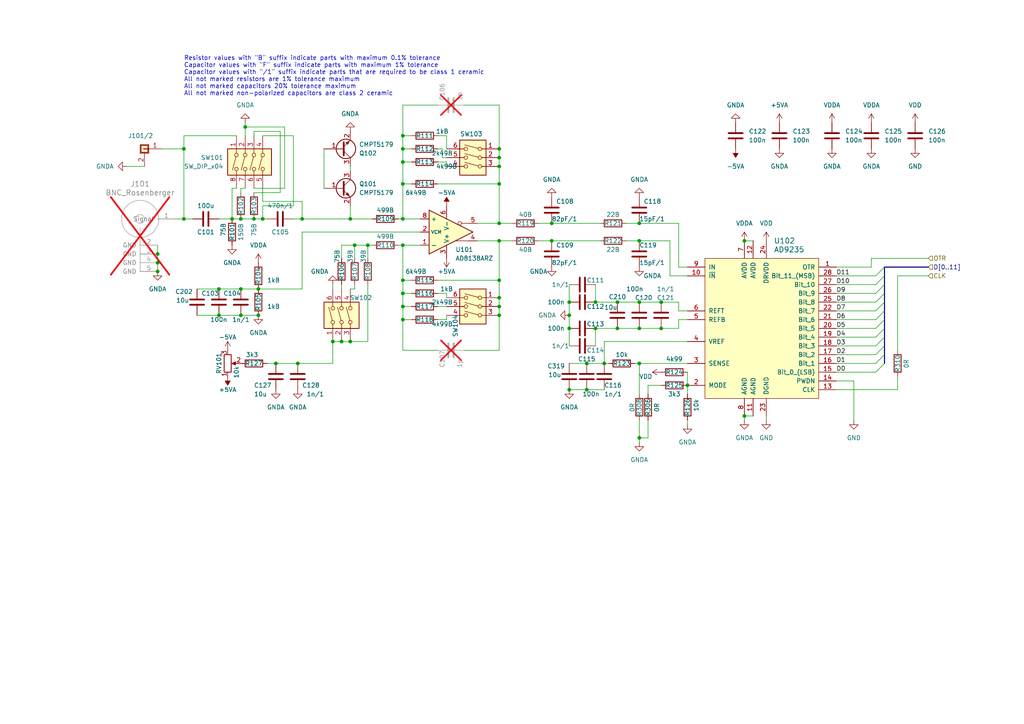
<source format=kicad_sch>
(kicad_sch (version 20231120) (generator "eeschema") (generator_version "8.0")
  (paper "A4")
  (title_block (title "MISRC-PCM") (date "2025-03-03") (rev "2.5") (comment 1 "Analog input + ADC"))
  (lib_symbols
    (symbol "ADC:AD9235" (pin_names (offset 1.016))
      (property "Reference" "U" (at -15.24 -21.59 0))
      (property "Value" "AD9235" (at -12.7 21.59 0))
      (symbol "AD9235_1_1"
        (pin input line (at 21.59 17.78 180) (length 5.08) (name "OTR") (number "1"))
        (pin input line (at -21.59 15.24 0) (length 5.08) (name "~{IN}") (number "10"))
        (pin power_in line (at -2.54 -25.4 90) (length 5.08) (name "AGND") (number "11"))
        (pin power_in line (at -2.54 25.4 270) (length 5.08) (name "AVDD") (number "12"))
        (pin input line (at 21.59 -17.78 180) (length 5.08) (name "CLK") (number "13"))
        (pin input line (at 21.59 -15.24 180) (length 5.08) (name "PWDN") (number "14"))
        (pin output line (at 21.59 -12.7 180) (length 5.08) (name "Bit_0_(LSB)") (number "15"))
        (pin output line (at 21.59 -10.16 180) (length 5.08) (name "Bit_1") (number "16"))
        (pin output line (at 21.59 -7.62 180) (length 5.08) (name "Bit_2") (number "17"))
        (pin output line (at 21.59 -5.08 180) (length 5.08) (name "Bit_3") (number "18"))
        (pin output line (at 21.59 -2.54 180) (length 5.08) (name "Bit_4") (number "19"))
        (pin input line (at -21.59 -16.51 0) (length 5.08) (name "MODE") (number "2"))
        (pin output line (at 21.59 0 180) (length 5.08) (name "Bit_5") (number "20"))
        (pin output line (at 21.59 2.54 180) (length 5.08) (name "Bit_6") (number "21"))
        (pin output line (at 21.59 5.08 180) (length 5.08) (name "Bit_7") (number "22"))
        (pin power_in line (at 1.27 -25.4 90) (length 5.08) (name "DGND") (number "23"))
        (pin power_in line (at 1.27 25.4 270) (length 5.08) (name "DRVDD") (number "24"))
        (pin output line (at 21.59 7.62 180) (length 5.08) (name "Bit_8") (number "25"))
        (pin output line (at 21.59 10.16 180) (length 5.08) (name "Bit_9") (number "26"))
        (pin output line (at 21.59 12.7 180) (length 5.08) (name "Bit_10") (number "27"))
        (pin output line (at 21.59 15.24 180) (length 5.08) (name "Bit_11_(MSB)") (number "28"))
        (pin input line (at -21.59 -10.16 0) (length 5.08) (name "SENSE") (number "3"))
        (pin input line (at -21.59 -3.81 0) (length 5.08) (name "VREF") (number "4"))
        (pin power_out line (at -21.59 2.54 0) (length 5.08) (name "REFB") (number "5"))
        (pin power_out line (at -21.59 5.08 0) (length 5.08) (name "REFT") (number "6"))
        (pin power_in line (at -5.08 25.4 270) (length 5.08) (name "AVDD") (number "7"))
        (pin power_in line (at -5.08 -25.4 90) (length 5.08) (name "AGND") (number "8"))
        (pin input line (at -21.59 17.78 0) (length 5.08) (name "IN") (number "9"))
      )
    )
    (symbol "Amplifier_Differential_AKL:AD8138ARZ"
      (property "Reference" "U" (at 8.89 11.43 0))
      (property "Value" "AD8138ARZ" (at 8.89 8.89 0))
      (symbol "AD8138ARZ_1_1"
        (pin input line (at -7.62 3.81 0) (length 2.54) (name "-") (number "1"))
        (pin input line (at -7.62 0 0) (length 2.54) (name "VCM") (number "2"))
        (pin power_in line (at 0 7.62 270) (length 3.84) (name "V+") (number "3"))
        (pin output line (at 8.89 2.54 180) (length 2.54) (name "~") (number "4"))
        (pin output line (at 8.89 -2.54 180) (length 2.54) (name "~") (number "5"))
        (pin power_in line (at 0 -7.62 90) (length 3.84) (name "V-") (number "6"))
        (pin no_connect line (at 0 0 0) (length 2.54) hide (name "NC") (number "7"))
        (pin input line (at -7.62 -3.81 0) (length 2.54) (name "+") (number "8"))
      )
    )
    (symbol "Connector_Generic_Shielded:Conn_01x01_Shielded" (pin_names (offset 1.016) hide)
      (property "Reference" "J1" (at -2.54 3.81 0))
      (symbol "Conn_01x01_Shielded_1_1"
        (pin passive line (at -5.08 0 0) (length 4.064) (name "Pin_1") (number "1"))
        (pin passive line (at 0 -5.08 90) (length 3.81) (name "Shield") (number "2"))
      )
    )
    (symbol "Device:C" (pin_numbers hide) (pin_names (offset 0.254))
      (property "Reference" "C" (at 0.635 2.54 0))
      (property "Value" "C" (at 0.635 -2.54 0))
      (symbol "C_1_1"
        (pin passive line (at 0 3.81 270) (length 2.794) (name "~") (number "1"))
        (pin passive line (at 0 -3.81 90) (length 2.794) (name "~") (number "2"))
      )
    )
    (symbol "Device:Q_NPN_BEC" (pin_names (offset 0) hide)
      (property "Reference" "Q" (at 5.08 1.27 0))
      (property "Value" "Q_NPN_BEC" (at 5.08 -1.27 0))
      (symbol "Q_NPN_BEC_1_1"
        (pin input line (at -5.08 0 0) (length 5.715) (name "B") (number "1"))
        (pin passive line (at 2.54 -5.08 90) (length 2.54) (name "E") (number "2"))
        (pin passive line (at 2.54 5.08 270) (length 2.54) (name "C") (number "3"))
      )
    )
    (symbol "Device:R" (pin_numbers hide) (pin_names (offset 0))
      (property "Reference" "R" (at 2.032 0 90))
      (property "Value" "R" (at 0 0 90))
      (symbol "R_1_1"
        (pin passive line (at 0 3.81 270) (length 1.27) (name "~") (number "1"))
        (pin passive line (at 0 -3.81 90) (length 1.27) (name "~") (number "2"))
      )
    )
    (symbol "Device:R_Potentiometer" (pin_names (offset 1.016) hide)
      (property "Reference" "RV" (at -4.445 0 90))
      (property "Value" "R_Potentiometer" (at -2.54 0 90))
      (symbol "R_Potentiometer_1_1"
        (pin passive line (at 0 3.81 270) (length 1.27) (name "1") (number "1"))
        (pin passive line (at 3.81 0 180) (length 1.27) (name "2") (number "2"))
        (pin passive line (at 0 -3.81 90) (length 1.27) (name "3") (number "3"))
      )
    )
    (symbol "Switch:SW_DIP_x03" (pin_names (offset 0) hide)
      (property "Reference" "SW" (at 0 8.89 0))
      (property "Value" "SW_DIP_x03" (at 0 -3.81 0))
      (symbol "SW_DIP_x03_1_1"
        (pin passive line (at -7.62 5.08 0) (length 5.08) (name "~") (number "1"))
        (pin passive line (at -7.62 2.54 0) (length 5.08) (name "~") (number "2"))
        (pin passive line (at -7.62 0 0) (length 5.08) (name "~") (number "3"))
        (pin passive line (at 7.62 0 180) (length 5.08) (name "~") (number "4"))
        (pin passive line (at 7.62 2.54 180) (length 5.08) (name "~") (number "5"))
        (pin passive line (at 7.62 5.08 180) (length 5.08) (name "~") (number "6"))
      )
    )
    (symbol "Switch:SW_DIP_x04" (pin_names (offset 0) hide)
      (property "Reference" "SW" (at 0 8.89 0))
      (property "Value" "SW_DIP_x04" (at 0 -6.35 0))
      (symbol "SW_DIP_x04_1_1"
        (pin passive line (at -7.62 5.08 0) (length 5.08) (name "~") (number "1"))
        (pin passive line (at -7.62 2.54 0) (length 5.08) (name "~") (number "2"))
        (pin passive line (at -7.62 0 0) (length 5.08) (name "~") (number "3"))
        (pin passive line (at -7.62 -2.54 0) (length 5.08) (name "~") (number "4"))
        (pin passive line (at 7.62 -2.54 180) (length 5.08) (name "~") (number "5"))
        (pin passive line (at 7.62 0 180) (length 5.08) (name "~") (number "6"))
        (pin passive line (at 7.62 2.54 180) (length 5.08) (name "~") (number "7"))
        (pin passive line (at 7.62 5.08 180) (length 5.08) (name "~") (number "8"))
      )
    )
    (symbol "bnc_rosenberger:BNC_Rosenberger" (pin_names (offset 1.016))
      (property "Reference" "J" (at -3.81 6.35 0))
      (property "Value" "BNC_Rosenberger" (at -7.62 -5.08 90))
      (symbol "BNC_Rosenberger_1_1"
        (pin bidirectional line (at 10.16 0 180) (length 5.08) (name "Signal") (number "1"))
        (pin power_in line (at 5.08 -7.62 180) (length 5.08) (name "GND") (number "2"))
        (pin power_in line (at 5.08 -10.16 180) (length 5.08) (name "GND") (number "3"))
        (pin power_in line (at 5.08 -12.7 180) (length 5.08) (name "GND") (number "4"))
        (pin power_in line (at 5.08 -15.24 180) (length 5.08) (name "GND") (number "5"))
      )
    )
    (symbol "power:+5VA" (power) (pin_names (offset 0))
      (property "Value" "+5VA" (at 0 3.556 0))
      (symbol "+5VA_1_1"
        (pin power_in line (at 0 0 90) (length 0) hide (name "+5VA") (number "1"))
      )
    )
    (symbol "power:-5VA" (power) (pin_names (offset 0))
      (property "Value" "-5VA" (at 0 3.81 0))
      (symbol "-5VA_0_0"
        (pin power_in line (at 0 0 90) (length 0) hide (name "-5VA") (number "1"))
      )
    )
    (symbol "power:GND" (power) (pin_names (offset 0))
      (property "Value" "GND" (at 0 -3.81 0))
      (symbol "GND_1_1"
        (pin power_in line (at 0 0 270) (length 0) hide (name "GND") (number "1"))
      )
    )
    (symbol "power:GNDA" (power) (pin_names (offset 0))
      (property "Value" "GNDA" (at 0 -3.81 0))
      (symbol "GNDA_1_1"
        (pin power_in line (at 0 0 270) (length 0) hide (name "GNDA") (number "1"))
      )
    )
    (symbol "power:VDD" (power) (pin_names (offset 0))
      (property "Value" "VDD" (at 0 3.81 0))
      (symbol "VDD_1_1"
        (pin power_in line (at 0 0 90) (length 0) hide (name "VDD") (number "1"))
      )
    )
    (symbol "power:VDDA" (power) (pin_names (offset 0))
      (property "Value" "VDDA" (at 0 3.81 0))
      (symbol "VDDA_1_1"
        (pin power_in line (at 0 0 90) (length 0) hide (name "VDDA") (number "1"))
      )
    )
  )
  (junction (at 45.72 76.2))
  (junction (at 116.84 53.34))
  (junction (at 144.78 64.77))
  (junction (at 165.1 91.44))
  (junction (at 165.1 95.25))
  (junction (at 86.36 105.41))
  (junction (at 165.1 87.63))
  (junction (at 101.6 63.5))
  (junction (at 165.1 113.03))
  (junction (at 179.07 87.63))
  (junction (at 172.72 95.25))
  (junction (at 67.31 63.5))
  (junction (at 116.84 43.18))
  (junction (at 191.77 87.63))
  (junction (at 73.66 63.5))
  (junction (at 102.87 71.12))
  (junction (at 215.9 120.65))
  (junction (at 160.02 69.85))
  (junction (at 69.85 91.44))
  (junction (at 170.18 113.03))
  (junction (at 116.84 81.28))
  (junction (at 144.78 53.34))
  (junction (at 172.72 87.63))
  (junction (at 116.84 92.71))
  (junction (at 185.42 87.63))
  (junction (at 69.85 63.5))
  (junction (at 175.26 105.41))
  (junction (at 116.84 63.5))
  (junction (at 144.78 81.28))
  (junction (at 191.77 95.25))
  (junction (at 160.02 64.77))
  (junction (at 185.42 64.77))
  (junction (at 144.78 45.72))
  (junction (at 215.9 69.85))
  (junction (at 53.34 63.5))
  (junction (at 74.93 91.44))
  (junction (at 53.34 43.18))
  (junction (at 185.42 127))
  (junction (at 179.07 95.25))
  (junction (at 74.93 83.82))
  (junction (at 144.78 48.26))
  (junction (at 101.6 99.06))
  (junction (at 116.84 85.09))
  (junction (at 76.2 63.5))
  (junction (at 63.5 83.82))
  (junction (at 80.01 105.41))
  (junction (at 45.72 73.66))
  (junction (at 116.84 46.99))
  (junction (at 96.52 99.06))
  (junction (at 87.63 63.5))
  (junction (at 63.5 91.44))
  (junction (at 170.18 105.41))
  (junction (at 45.72 78.74))
  (junction (at 185.42 69.85))
  (junction (at 144.78 86.36))
  (junction (at 144.78 88.9))
  (junction (at 116.84 39.37))
  (junction (at 71.12 36.83))
  (junction (at 144.78 91.44))
  (junction (at 144.78 43.18))
  (junction (at 69.85 83.82))
  (junction (at 116.84 71.12))
  (junction (at 185.42 95.25))
  (junction (at 144.78 69.85))
  (junction (at 185.42 105.41))
  (junction (at 116.84 88.9))
  (junction (at 106.68 71.12))
  (junction (at 99.06 99.06))
  (junction (at 199.39 111.76))
  (bus_entry (at 256.54 85.09) (size -2.54 2.54))
  (bus_entry (at 256.54 102.87) (size -2.54 2.54))
  (bus_entry (at 256.54 80.01) (size -2.54 2.54))
  (bus_entry (at 256.54 90.17) (size -2.54 2.54))
  (bus_entry (at 256.54 105.41) (size -2.54 2.54))
  (bus_entry (at 256.54 97.79) (size -2.54 2.54))
  (bus_entry (at 256.54 87.63) (size -2.54 2.54))
  (bus_entry (at 256.54 77.47) (size -2.54 2.54))
  (bus_entry (at 256.54 100.33) (size -2.54 2.54))
  (bus_entry (at 256.54 95.25) (size -2.54 2.54))
  (bus_entry (at 256.54 92.71) (size -2.54 2.54))
  (bus_entry (at 256.54 82.55) (size -2.54 2.54))
  (wire (pts (xy 144.78 48.26) (xy 144.78 53.34)))
  (wire (pts (xy 160.02 64.77) (xy 173.99 64.77)))
  (wire (pts (xy 242.57 80.01) (xy 254 80.01)))
  (wire (pts (xy 101.6 63.5) (xy 107.95 63.5)))
  (wire (pts (xy 222.25 121.92) (xy 222.25 120.65)))
  (wire (pts (xy 63.5 63.5) (xy 67.31 63.5)))
  (wire (pts (xy 73.66 55.88) (xy 81.28 55.88)))
  (wire (pts (xy 80.01 105.41) (xy 86.36 105.41)))
  (wire (pts (xy 116.84 88.9) (xy 119.38 88.9)))
  (wire (pts (xy 128.27 45.72) (xy 129.54 45.72)))
  (wire (pts (xy 73.66 54.61) (xy 82.55 54.61)))
  (wire (pts (xy 87.63 58.42) (xy 87.63 63.5)))
  (wire (pts (xy 260.35 80.01) (xy 260.35 101.6)))
  (wire (pts (xy 260.35 80.01) (xy 269.24 80.01)))
  (bus (pts (xy 256.54 80.01) (xy 256.54 82.55)))
  (wire (pts (xy 73.66 38.1) (xy 73.66 39.37)))
  (wire (pts (xy 76.2 63.5) (xy 77.47 63.5)))
  (wire (pts (xy 185.42 105.41) (xy 185.42 114.3)))
  (wire (pts (xy 187.96 111.76) (xy 187.96 114.3)))
  (wire (pts (xy 45.72 73.66) (xy 45.72 76.2)))
  (wire (pts (xy 116.84 53.34) (xy 116.84 63.5)))
  (wire (pts (xy 102.87 83.82) (xy 102.87 82.55)))
  (wire (pts (xy 76.2 58.42) (xy 87.63 58.42)))
  (wire (pts (xy 116.84 43.18) (xy 119.38 43.18)))
  (wire (pts (xy 185.42 105.41) (xy 199.39 105.41)))
  (wire (pts (xy 144.78 45.72) (xy 144.78 48.26)))
  (bus (pts (xy 256.54 95.25) (xy 256.54 97.79)))
  (wire (pts (xy 116.84 101.6) (xy 127 101.6)))
  (wire (pts (xy 119.38 92.71) (xy 116.84 92.71)))
  (wire (pts (xy 127 92.71) (xy 129.54 92.71)))
  (wire (pts (xy 156.21 64.77) (xy 160.02 64.77)))
  (wire (pts (xy 185.42 95.25) (xy 191.77 95.25)))
  (wire (pts (xy 93.98 43.18) (xy 93.98 54.61)))
  (wire (pts (xy 242.57 82.55) (xy 254 82.55)))
  (bus (pts (xy 256.54 102.87) (xy 256.54 105.41)))
  (wire (pts (xy 252.73 77.47) (xy 252.73 74.93)))
  (wire (pts (xy 106.68 82.55) (xy 106.68 99.06)))
  (wire (pts (xy 199.39 111.76) (xy 199.39 114.3)))
  (wire (pts (xy 179.07 87.63) (xy 185.42 87.63)))
  (wire (pts (xy 165.1 87.63) (xy 165.1 91.44)))
  (wire (pts (xy 129.54 85.09) (xy 129.54 86.36)))
  (wire (pts (xy 260.35 109.22) (xy 260.35 113.03)))
  (wire (pts (xy 215.9 120.65) (xy 215.9 121.92)))
  (wire (pts (xy 172.72 82.55) (xy 172.72 87.63)))
  (wire (pts (xy 242.57 85.09) (xy 254 85.09)))
  (wire (pts (xy 144.78 43.18) (xy 144.78 45.72)))
  (wire (pts (xy 172.72 87.63) (xy 179.07 87.63)))
  (wire (pts (xy 45.72 71.12) (xy 45.72 73.66)))
  (bus (pts (xy 256.54 97.79) (xy 256.54 100.33)))
  (wire (pts (xy 181.61 64.77) (xy 185.42 64.77)))
  (wire (pts (xy 106.68 74.93) (xy 106.68 71.12)))
  (wire (pts (xy 53.34 43.18) (xy 53.34 63.5)))
  (wire (pts (xy 99.06 71.12) (xy 99.06 74.93)))
  (bus (pts (xy 256.54 100.33) (xy 256.54 102.87)))
  (wire (pts (xy 215.9 69.85) (xy 218.44 69.85)))
  (wire (pts (xy 73.66 63.5) (xy 76.2 63.5)))
  (wire (pts (xy 116.84 30.48) (xy 116.84 39.37)))
  (wire (pts (xy 101.6 83.82) (xy 102.87 83.82)))
  (wire (pts (xy 165.1 113.03) (xy 170.18 113.03)))
  (wire (pts (xy 185.42 69.85) (xy 194.31 69.85)))
  (wire (pts (xy 172.72 95.25) (xy 179.07 95.25)))
  (wire (pts (xy 144.78 69.85) (xy 144.78 81.28)))
  (wire (pts (xy 185.42 127) (xy 185.42 128.27)))
  (bus (pts (xy 256.54 77.47) (xy 269.24 77.47)))
  (wire (pts (xy 165.1 95.25) (xy 165.1 100.33)))
  (bus (pts (xy 256.54 87.63) (xy 256.54 90.17)))
  (wire (pts (xy 101.6 99.06) (xy 106.68 99.06)))
  (wire (pts (xy 81.28 55.88) (xy 81.28 38.1)))
  (wire (pts (xy 175.26 99.06) (xy 199.39 99.06)))
  (wire (pts (xy 71.12 36.83) (xy 71.12 39.37)))
  (wire (pts (xy 170.18 105.41) (xy 175.26 105.41)))
  (wire (pts (xy 116.84 92.71) (xy 116.84 101.6)))
  (wire (pts (xy 160.02 69.85) (xy 173.99 69.85)))
  (wire (pts (xy 76.2 39.37) (xy 85.09 39.37)))
  (wire (pts (xy 46.99 43.18) (xy 53.34 43.18)))
  (wire (pts (xy 247.65 110.49) (xy 247.65 121.92)))
  (wire (pts (xy 67.31 54.61) (xy 67.31 63.5)))
  (wire (pts (xy 199.39 107.95) (xy 199.39 111.76)))
  (wire (pts (xy 102.87 71.12) (xy 99.06 71.12)))
  (wire (pts (xy 50.8 63.5) (xy 53.34 63.5)))
  (wire (pts (xy 134.62 30.48) (xy 144.78 30.48)))
  (wire (pts (xy 57.15 91.44) (xy 63.5 91.44)))
  (wire (pts (xy 144.78 88.9) (xy 144.78 91.44)))
  (wire (pts (xy 101.6 59.69) (xy 101.6 63.5)))
  (wire (pts (xy 76.2 54.61) (xy 76.2 58.42)))
  (wire (pts (xy 242.57 102.87) (xy 254 102.87)))
  (wire (pts (xy 96.52 99.06) (xy 99.06 99.06)))
  (wire (pts (xy 96.52 82.55) (xy 96.52 83.82)))
  (wire (pts (xy 242.57 92.71) (xy 254 92.71)))
  (wire (pts (xy 68.58 54.61) (xy 67.31 54.61)))
  (wire (pts (xy 119.38 39.37) (xy 116.84 39.37)))
  (wire (pts (xy 196.85 95.25) (xy 196.85 92.71)))
  (wire (pts (xy 77.47 105.41) (xy 80.01 105.41)))
  (wire (pts (xy 196.85 90.17) (xy 196.85 87.63)))
  (wire (pts (xy 67.31 63.5) (xy 69.85 63.5)))
  (wire (pts (xy 57.15 83.82) (xy 63.5 83.82)))
  (wire (pts (xy 119.38 85.09) (xy 116.84 85.09)))
  (wire (pts (xy 116.84 63.5) (xy 121.92 63.5)))
  (wire (pts (xy 116.84 71.12) (xy 121.92 71.12)))
  (wire (pts (xy 127 30.48) (xy 116.84 30.48)))
  (wire (pts (xy 74.93 83.82) (xy 87.63 83.82)))
  (wire (pts (xy 242.57 100.33) (xy 254 100.33)))
  (wire (pts (xy 127 39.37) (xy 129.54 39.37)))
  (wire (pts (xy 82.55 36.83) (xy 71.12 36.83)))
  (wire (pts (xy 187.96 121.92) (xy 187.96 127)))
  (wire (pts (xy 144.78 69.85) (xy 148.59 69.85)))
  (wire (pts (xy 129.54 91.44) (xy 129.54 92.71)))
  (wire (pts (xy 76.2 63.5) (xy 76.2 59.69)))
  (wire (pts (xy 101.6 48.26) (xy 101.6 49.53)))
  (wire (pts (xy 69.85 54.61) (xy 69.85 55.88)))
  (wire (pts (xy 242.57 105.41) (xy 254 105.41)))
  (wire (pts (xy 85.09 59.69) (xy 85.09 39.37)))
  (wire (pts (xy 99.06 82.55) (xy 99.06 83.82)))
  (wire (pts (xy 127 85.09) (xy 129.54 85.09)))
  (wire (pts (xy 215.9 120.65) (xy 218.44 120.65)))
  (bus (pts (xy 256.54 92.71) (xy 256.54 95.25)))
  (wire (pts (xy 116.84 85.09) (xy 116.84 81.28)))
  (wire (pts (xy 185.42 127) (xy 187.96 127)))
  (wire (pts (xy 71.12 54.61) (xy 69.85 54.61)))
  (wire (pts (xy 138.43 64.77) (xy 144.78 64.77)))
  (wire (pts (xy 194.31 69.85) (xy 194.31 80.01)))
  (wire (pts (xy 85.09 63.5) (xy 87.63 63.5)))
  (wire (pts (xy 199.39 90.17) (xy 196.85 90.17)))
  (wire (pts (xy 116.84 88.9) (xy 116.84 92.71)))
  (wire (pts (xy 185.42 121.92) (xy 185.42 127)))
  (wire (pts (xy 68.58 39.37) (xy 53.34 39.37)))
  (wire (pts (xy 127 88.9) (xy 129.54 88.9)))
  (wire (pts (xy 87.63 67.31) (xy 87.63 83.82)))
  (wire (pts (xy 242.57 77.47) (xy 252.73 77.47)))
  (wire (pts (xy 81.28 38.1) (xy 73.66 38.1)))
  (wire (pts (xy 194.31 80.01) (xy 199.39 80.01)))
  (wire (pts (xy 196.85 92.71) (xy 199.39 92.71)))
  (wire (pts (xy 82.55 54.61) (xy 82.55 36.83)))
  (wire (pts (xy 144.78 81.28) (xy 144.78 86.36)))
  (wire (pts (xy 71.12 35.56) (xy 71.12 36.83)))
  (wire (pts (xy 127 53.34) (xy 144.78 53.34)))
  (wire (pts (xy 175.26 105.41) (xy 176.53 105.41)))
  (wire (pts (xy 181.61 69.85) (xy 185.42 69.85)))
  (wire (pts (xy 45.72 76.2) (xy 45.72 78.74)))
  (wire (pts (xy 63.5 83.82) (xy 69.85 83.82)))
  (wire (pts (xy 172.72 95.25) (xy 172.72 100.33)))
  (wire (pts (xy 144.78 30.48) (xy 144.78 43.18)))
  (wire (pts (xy 127 46.99) (xy 129.54 46.99)))
  (wire (pts (xy 242.57 113.03) (xy 260.35 113.03)))
  (wire (pts (xy 199.39 77.47) (xy 196.85 77.47)))
  (bus (pts (xy 256.54 77.47) (xy 256.54 80.01)))
  (wire (pts (xy 185.42 87.63) (xy 191.77 87.63)))
  (wire (pts (xy 116.84 46.99) (xy 116.84 53.34)))
  (wire (pts (xy 191.77 95.25) (xy 196.85 95.25)))
  (wire (pts (xy 185.42 64.77) (xy 196.85 64.77)))
  (wire (pts (xy 196.85 77.47) (xy 196.85 64.77)))
  (wire (pts (xy 69.85 83.82) (xy 74.93 83.82)))
  (wire (pts (xy 134.62 101.6) (xy 144.78 101.6)))
  (wire (pts (xy 116.84 88.9) (xy 116.84 85.09)))
  (wire (pts (xy 115.57 63.5) (xy 116.84 63.5)))
  (wire (pts (xy 76.2 59.69) (xy 85.09 59.69)))
  (wire (pts (xy 116.84 81.28) (xy 119.38 81.28)))
  (wire (pts (xy 144.78 86.36) (xy 144.78 88.9)))
  (wire (pts (xy 156.21 69.85) (xy 160.02 69.85)))
  (wire (pts (xy 242.57 95.25) (xy 254 95.25)))
  (wire (pts (xy 63.5 91.44) (xy 69.85 91.44)))
  (wire (pts (xy 242.57 90.17) (xy 254 90.17)))
  (wire (pts (xy 144.78 53.34) (xy 144.78 64.77)))
  (wire (pts (xy 115.57 71.12) (xy 116.84 71.12)))
  (wire (pts (xy 165.1 91.44) (xy 165.1 95.25)))
  (wire (pts (xy 185.42 105.41) (xy 184.15 105.41)))
  (wire (pts (xy 127 43.18) (xy 128.27 43.18)))
  (wire (pts (xy 116.84 81.28) (xy 116.84 71.12)))
  (wire (pts (xy 53.34 39.37) (xy 53.34 43.18)))
  (wire (pts (xy 128.27 43.18) (xy 128.27 45.72)))
  (wire (pts (xy 87.63 67.31) (xy 121.92 67.31)))
  (wire (pts (xy 242.57 110.49) (xy 247.65 110.49)))
  (wire (pts (xy 242.57 87.63) (xy 254 87.63)))
  (wire (pts (xy 87.63 63.5) (xy 101.6 63.5)))
  (wire (pts (xy 102.87 74.93) (xy 102.87 71.12)))
  (wire (pts (xy 86.36 105.41) (xy 96.52 105.41)))
  (wire (pts (xy 106.68 71.12) (xy 102.87 71.12)))
  (wire (pts (xy 127 81.28) (xy 144.78 81.28)))
  (wire (pts (xy 69.85 63.5) (xy 73.66 63.5)))
  (wire (pts (xy 165.1 105.41) (xy 170.18 105.41)))
  (wire (pts (xy 242.57 97.79) (xy 254 97.79)))
  (wire (pts (xy 116.84 43.18) (xy 116.84 46.99)))
  (bus (pts (xy 256.54 90.17) (xy 256.54 92.71)))
  (wire (pts (xy 36.83 48.26) (xy 41.91 48.26)))
  (wire (pts (xy 187.96 111.76) (xy 191.77 111.76)))
  (wire (pts (xy 55.88 63.5) (xy 53.34 63.5)))
  (wire (pts (xy 116.84 53.34) (xy 119.38 53.34)))
  (wire (pts (xy 170.18 113.03) (xy 175.26 113.03)))
  (wire (pts (xy 116.84 39.37) (xy 116.84 43.18)))
  (wire (pts (xy 69.85 91.44) (xy 74.93 91.44)))
  (wire (pts (xy 199.39 121.92) (xy 199.39 123.19)))
  (wire (pts (xy 179.07 95.25) (xy 185.42 95.25)))
  (wire (pts (xy 191.77 87.63) (xy 196.85 87.63)))
  (wire (pts (xy 129.54 39.37) (xy 129.54 43.18)))
  (wire (pts (xy 129.54 46.99) (xy 129.54 48.26)))
  (bus (pts (xy 256.54 85.09) (xy 256.54 87.63)))
  (wire (pts (xy 242.57 107.95) (xy 254 107.95)))
  (wire (pts (xy 106.68 71.12) (xy 107.95 71.12)))
  (wire (pts (xy 138.43 69.85) (xy 144.78 69.85)))
  (wire (pts (xy 96.52 99.06) (xy 96.52 105.41)))
  (wire (pts (xy 252.73 74.93) (xy 269.24 74.93)))
  (wire (pts (xy 116.84 46.99) (xy 119.38 46.99)))
  (bus (pts (xy 256.54 82.55) (xy 256.54 85.09)))
  (wire (pts (xy 99.06 99.06) (xy 101.6 99.06)))
  (wire (pts (xy 175.26 105.41) (xy 175.26 99.06)))
  (wire (pts (xy 165.1 82.55) (xy 165.1 87.63)))
  (wire (pts (xy 144.78 64.77) (xy 148.59 64.77)))
  (wire (pts (xy 144.78 91.44) (xy 144.78 101.6)))
  (text "Resistor values with \"B\" suffix indicate parts with maximum 0.1% tolerance\nCapacitor values with \"F\" suffix indicate parts with maximum 1% tolerance\nCapacitor values with \"/1\" suffix indicate parts that are required to be class 1 ceramic\nAll not marked resistors are 1% tolerance maximum\nAll not marked capacitors 20% tolerance maximum\nAll not marked non-polarized capacitors are class 2 ceramic" (at 53.34 27.94 0) (effects (font (size 1.27 1.27)) (justify left bottom)))
  (label "D7" (at 242.57 90.17 0))
  (label "D6" (at 242.57 92.71 0))
  (label "D1" (at 242.57 105.41 0))
  (label "D10" (at 242.57 82.55 0))
  (label "D2" (at 242.57 102.87 0))
  (label "D11" (at 242.57 80.01 0))
  (label "D8" (at 242.57 87.63 0))
  (label "D4" (at 242.57 97.79 0))
  (label "D9" (at 242.57 85.09 0))
  (label "D5" (at 242.57 95.25 0))
  (label "D0" (at 242.57 107.95 0))
  (label "D3" (at 242.57 100.33 0))
  (hierarchical_label "CLK" (shape input) (at 269.24 80.01 0))
  (hierarchical_label "OTR" (shape input) (at 269.24 74.93 0))
  (hierarchical_label "D[0..11]" (shape input) (at 269.24 77.47 0))
  (symbol (lib_id "Device:R") (at 177.8 69.85 90) (unit 1)
    (property "Reference" "R122" (at 177.8 69.85 90))
    (property "Value" "22B" (at 177.8 72.39 90))
    (property "Footprint" "Resistor_SMD:R_0603_1608Metric" (effects (hide yes)))
    (property "Manufacturer_Part_Number" "RC0603FR-0722RL" (effects (hide yes)))
  )
  (symbol (lib_id "Device:R") (at 199.39 118.11 180) (unit 1)
    (property "Reference" "R126" (at 199.39 120.65 90) (effects (justify right)))
    (property "Value" "10k" (at 201.93 119.38 90) (effects (justify right)))
    (property "Footprint" "Resistor_SMD:R_0603_1608Metric" (effects (hide yes)))
    (property "Manufacturer_Part_Number" "RC0603FR-0710KL" (effects (hide yes)))
  )
  (symbol (lib_id "Device:C") (at 168.91 95.25 90) (unit 1)
    (property "Reference" "C113" (at 172.72 93.98 90))
    (property "Value" "100n" (at 161.29 95.25 90))
    (property "Footprint" "Capacitor_SMD:C_0603_1608Metric" (effects (hide yes)))
    (property "Manufacturer_Part_Number" "GRM188R72A104KA35D " (effects (hide yes)))
  )
  (symbol (lib_id "power:GNDA") (at 36.83 48.26 270) (unit 1)
    (property "Reference" "#PWR0253" (effects (hide yes)))
    (property "Value" "GNDA" (at 33.02 48.26 90) (effects (justify right)))
  )
  (symbol (lib_id "Device:C") (at 241.3 39.37 0) (unit 1)
    (property "Reference" "C124" (at 245.11 38.1 0) (effects (justify left)))
    (property "Value" "100n" (at 245.11 40.64 0) (effects (justify left)))
    (property "Footprint" "Capacitor_SMD:C_0603_1608Metric" (effects (hide yes)))
    (property "Manufacturer_Part_Number" "GRM188R72A104KA35D " (effects (hide yes)))
  )
  (symbol (lib_id "power:GND") (at 247.65 121.92 0) (unit 1)
    (property "Reference" "#PWR0138" (effects (hide yes)))
    (property "Value" "GND" (at 247.65 127 0))
  )
  (symbol (lib_id "Device:Q_NPN_BEC") (at 99.06 54.61 0) (unit 1)
    (property "Reference" "Q101" (at 104.14 53.34 0) (effects (justify left)))
    (property "Value" "CMPT5179" (at 104.14 55.88 0) (effects (justify left)))
    (property "Footprint" "Footprints:SOT-23" (effects (hide yes)))
    (property "Manufacturer_Part_Number" "CMPT5179 TR PBFREE" (effects (hide yes)))
  )
  (symbol (lib_id "power:GNDA") (at 241.3 43.18 0) (unit 1)
    (property "Reference" "#PWR0137" (effects (hide yes)))
    (property "Value" "GNDA" (at 241.3 48.26 0))
  )
  (symbol (lib_id "power:GNDA") (at 74.93 91.44 0) (unit 1)
    (property "Reference" "#PWR0114" (effects (hide yes)))
    (property "Value" "GNDA" (at 74.93 96.52 0))
  )
  (symbol (lib_id "Device:R") (at 152.4 69.85 90) (unit 1)
    (property "Reference" "R120" (at 152.4 69.85 90))
    (property "Value" "40B" (at 152.4 72.39 90))
    (property "Footprint" "Resistor_SMD:R_0603_1608Metric" (effects (hide yes)))
    (property "Manufacturer_Part_Number" "RC0603FR-0739R2L" (effects (hide yes)))
  )
  (symbol (lib_id "Device:C") (at 179.07 91.44 0) (unit 1)
    (property "Reference" "C210" (at 176.53 86.106 0) (effects (justify left)))
    (property "Value" "10u" (at 175.26 89.154 0) (effects (justify left)))
    (property "Footprint" "Capacitor_SMD:C_0603_1608Metric" (effects (hide yes)))
    (property "Manufacturer_Part_Number" "GRM188C81C106MA73D" (effects (hide yes)))
  )
  (symbol (lib_id "power:GNDA") (at 67.31 71.12 0) (unit 1)
    (property "Reference" "#PWR0111" (effects (hide yes)))
    (property "Value" "GNDA" (at 67.31 76.2 0))
  )
  (symbol (lib_id "power:+5VA") (at 66.04 101.6 0) (unit 1)
    (property "Reference" "#PWR0206" (effects (hide yes)))
    (property "Value" "-5VA" (at 66.04 97.79 0))
  )
  (symbol (lib_id "Device:R") (at 260.35 105.41 0) (unit 1)
    (property "Reference" "R310" (at 260.35 102.87 90) (effects (justify right)))
    (property "Value" "0R" (at 262.89 104.14 90) (effects (justify right)))
    (property "Footprint" "Resistor_SMD:R_0603_1608Metric" (effects (hide yes)))
    (property "Manufacturer_Part_Number" "RC0603FR-070RL" (effects (hide yes)))
  )
  (symbol (lib_id "power:GNDA") (at 165.1 113.03 0) (unit 1)
    (property "Reference" "#PWR0122" (effects (hide yes)))
    (property "Value" "GNDA" (at 165.1 118.11 0))
  )
  (symbol (lib_id "Connector_Generic_Shielded:Conn_01x01_Shielded") (at 41.91 43.18 0) (mirror y) (unit 1)
    (property "Reference" "J101/2" (at 44.45 39.37 0) (effects (justify left)))
    (property "Value" "Conn_01x01_Shielded" (effects (hide yes)))
    (property "Footprint" "Footprints:SMA_Amphenol_901-144_Horizontal" (effects (hide yes)))
    (property "Manufacturer_Part_Number" "CONSMA002-L-G" (effects (hide yes)))
  )
  (symbol (lib_id "power:GNDA") (at 101.6 38.1 0) (mirror x) (unit 1)
    (property "Reference" "#PWR0241" (effects (hide yes)))
    (property "Value" "GNDA" (at 104.14 33.02 0) (effects (justify right)))
  )
  (symbol (lib_id "Device:C") (at 165.1 109.22 0) (unit 1)
    (property "Reference" "C319" (at 158.75 106.172 0) (effects (justify left)))
    (property "Value" "10u" (at 159.004 108.712 0) (effects (justify left)))
    (property "Footprint" "Capacitor_SMD:C_0603_1608Metric" (effects (hide yes)))
    (property "Manufacturer_Part_Number" "GRM188C81C106MA73D" (effects (hide yes)))
  )
  (symbol (lib_id "power:GND") (at 265.43 43.18 0) (unit 1)
    (property "Reference" "#PWR0142" (effects (hide yes)))
    (property "Value" "GND" (at 265.43 48.26 0))
  )
  (symbol (lib_id "power:GNDA") (at 252.73 43.18 0) (unit 1)
    (property "Reference" "#PWR0140" (effects (hide yes)))
    (property "Value" "GNDA" (at 252.73 48.26 0))
  )
  (symbol (lib_id "power:VDD") (at 265.43 35.56 0) (unit 1)
    (property "Reference" "#PWR0141" (effects (hide yes)))
    (property "Value" "VDD" (at 265.43 30.48 0))
  )
  (symbol (lib_id "Device:R") (at 187.96 118.11 0) (unit 1)
    (property "Reference" "R306" (at 187.96 115.57 90) (effects (justify right)))
    (property "Value" "0R" (at 190.5 116.84 90) (effects (justify right)))
    (property "Footprint" "Resistor_SMD:R_0603_1608Metric" (effects (hide yes)))
    (property "Manufacturer_Part_Number" "RC0603FR-070RL" (effects (hide yes)))
  )
  (symbol (lib_id "Device:C") (at 213.36 39.37 0) (unit 1)
    (property "Reference" "C122" (at 217.17 38.1 0) (effects (justify left)))
    (property "Value" "100n" (at 217.17 40.64 0) (effects (justify left)))
    (property "Footprint" "Capacitor_SMD:C_0603_1608Metric" (effects (hide yes)))
    (property "Manufacturer_Part_Number" "GRM188R72A104KA35D " (effects (hide yes)))
  )
  (symbol (lib_id "Device:R") (at 99.06 78.74 0) (mirror y) (unit 1)
    (property "Reference" "R106" (at 99.06 76.2 90) (effects (justify right)))
    (property "Value" "75B" (at 97.79 72.39 90) (effects (justify right)))
    (property "Footprint" "Resistor_SMD:R_0603_1608Metric" (effects (hide yes)))
    (property "Manufacturer_Part_Number" "RC0603FR-1075RL " (effects (hide yes)))
  )
  (symbol (lib_id "Device:C") (at 252.73 39.37 0) (unit 1)
    (property "Reference" "C125" (at 256.54 38.1 0) (effects (justify left)))
    (property "Value" "100n" (at 256.54 40.64 0) (effects (justify left)))
    (property "Footprint" "Capacitor_SMD:C_0603_1608Metric" (effects (hide yes)))
    (property "Manufacturer_Part_Number" "GRM188R72A104KA35D " (effects (hide yes)))
  )
  (symbol (lib_id "Device:C") (at 160.02 60.96 0) (unit 1)
    (property "Reference" "C108" (at 161.29 58.42 0) (effects (justify left)))
    (property "Value" "82pF/1" (at 160.02 63.5 0) (effects (justify left)))
    (property "Footprint" "Capacitor_SMD:C_0603_1608Metric" (effects (hide yes)))
    (property "Manufacturer_Part_Number" "GRM1885C1H820GA01D " (effects (hide yes)))
  )
  (symbol (lib_id "power:GND") (at 222.25 121.92 0) (unit 1)
    (property "Reference" "#PWR0133" (effects (hide yes)))
    (property "Value" "GND" (at 222.25 127 0))
  )
  (symbol (lib_id "Device:R") (at 123.19 88.9 90) (unit 1)
    (property "Reference" "R117" (at 123.19 88.9 90))
    (property "Value" "2k49B" (at 128.27 87.63 90))
    (property "Footprint" "Resistor_SMD:R_0603_1608Metric" (effects (hide yes)))
    (property "Manufacturer_Part_Number" "RC0603FR-072K49L " (effects (hide yes)))
  )
  (symbol (lib_id "Device:R") (at 123.19 85.09 90) (unit 1)
    (property "Reference" "R116" (at 123.19 85.09 90))
    (property "Value" "1kB" (at 129.54 83.82 90))
    (property "Footprint" "Resistor_SMD:R_0603_1608Metric" (effects (hide yes)))
    (property "Manufacturer_Part_Number" "RC0603FR-071KL " (effects (hide yes)))
  )
  (symbol (lib_id "Device:R") (at 74.93 87.63 180) (unit 1)
    (property "Reference" "R105" (at 74.93 90.17 90) (effects (justify right)))
    (property "Value" "1kB" (at 77.47 88.9 0) (effects (justify right)))
    (property "Footprint" "Resistor_SMD:R_0603_1608Metric" (effects (hide yes)))
    (property "Manufacturer_Part_Number" "RC0603FR-071KL " (effects (hide yes)))
  )
  (symbol (lib_id "Device:C") (at 130.81 30.48 90) (unit 1) (dnp yes)
    (property "Reference" "C106" (at 128.27 29.21 0) (effects (justify left)))
    (property "Value" "1p" (at 133.35 29.21 0) (effects (justify left)))
    (property "Footprint" "Capacitor_SMD:C_0603_1608Metric" (effects (hide yes)))
  )
  (symbol (lib_id "Device:R") (at 73.66 105.41 270) (unit 1)
    (property "Reference" "R127" (at 76.2 105.41 90) (effects (justify right)))
    (property "Value" "3k3" (at 74.93 102.87 90) (effects (justify right)))
    (property "Footprint" "Resistor_SMD:R_0603_1608Metric" (effects (hide yes)))
    (property "Manufacturer_Part_Number" "RC0603FR-133K3L" (effects (hide yes)))
  )
  (symbol (lib_id "power:GNDA") (at 86.36 113.03 0) (mirror y) (unit 1)
    (property "Reference" "#PWR0248" (effects (hide yes)))
    (property "Value" "GNDA" (at 86.36 118.11 0))
  )
  (symbol (lib_id "Device:R") (at 123.19 81.28 90) (unit 1)
    (property "Reference" "R115" (at 123.19 81.28 90))
    (property "Value" "6k49B" (at 120.65 78.74 90))
    (property "Footprint" "Resistor_SMD:R_0603_1608Metric" (effects (hide yes)))
    (property "Manufacturer_Part_Number" "RC0603FR-136K49L" (effects (hide yes)))
  )
  (symbol (lib_id "Device:R") (at 111.76 63.5 90) (unit 1)
    (property "Reference" "R109" (at 111.76 63.5 90))
    (property "Value" "499B" (at 111.76 60.96 90))
    (property "Footprint" "Resistor_SMD:R_0603_1608Metric" (effects (hide yes)))
    (property "Manufacturer_Part_Number" "RC0603FR-07499RL" (effects (hide yes)))
  )
  (symbol (lib_id "power:GNDA") (at 185.42 128.27 0) (unit 1)
    (property "Reference" "#PWR0125" (effects (hide yes)))
    (property "Value" "GNDA" (at 185.42 133.35 0))
  )
  (symbol (lib_id "Device:C") (at 130.81 101.6 90) (unit 1) (dnp yes)
    (property "Reference" "C107" (at 128.27 106.68 0) (effects (justify left)))
    (property "Value" "1p" (at 133.35 106.68 0) (effects (justify left)))
    (property "Footprint" "Capacitor_SMD:C_0603_1608Metric" (effects (hide yes)))
  )
  (symbol (lib_id "Device:R") (at 195.58 107.95 90) (unit 1)
    (property "Reference" "R124" (at 195.58 107.95 90))
    (property "Value" "4k99" (at 195.58 104.14 90))
    (property "Footprint" "Resistor_SMD:R_0603_1608Metric" (effects (hide yes)))
    (property "Manufacturer_Part_Number" "RC0603FR-074K99L" (effects (hide yes)))
  )
  (symbol (lib_id "Device:C") (at 185.42 73.66 0) (unit 1)
    (property "Reference" "C119" (at 185.42 71.12 0) (effects (justify left)))
    (property "Value" "15pF/1" (at 185.42 76.2 0) (effects (justify left)))
    (property "Footprint" "Capacitor_SMD:C_0603_1608Metric" (effects (hide yes)))
    (property "Manufacturer_Part_Number" "GRM1885C1H150JA01J " (effects (hide yes)))
  )
  (symbol (lib_id "Switch:SW_DIP_x03") (at 101.6 91.44 90) (unit 1)
    (property "Reference" "SW102" (at 107.95 86.36 90) (effects (justify left)))
    (property "Value" "SW_DIP_x03" (effects (hide yes)))
    (property "Footprint" "Button_Switch_SMD:SW_DIP_SPSTx03_Slide_6.7x9.18mm_W8.61mm_P2.54mm_LowProfile" (effects (hide yes)))
    (property "Manufacturer_Part_Number" "A6S-3104-H" (effects (hide yes)))
  )
  (symbol (lib_id "power:GNDA") (at 71.12 35.56 0) (mirror x) (unit 1)
    (property "Reference" "#PWR0112" (effects (hide yes)))
    (property "Value" "GNDA" (at 71.12 30.48 0))
  )
  (symbol (lib_id "Device:C") (at 265.43 39.37 0) (unit 1)
    (property "Reference" "C126" (at 269.24 38.1 0) (effects (justify left)))
    (property "Value" "100n" (at 269.24 40.64 0) (effects (justify left)))
    (property "Footprint" "Capacitor_SMD:C_0603_1608Metric" (effects (hide yes)))
    (property "Manufacturer_Part_Number" "GRM188R72A104KA35D " (effects (hide yes)))
  )
  (symbol (lib_id "Device:R") (at 69.85 59.69 0) (mirror y) (unit 1)
    (property "Reference" "R102" (at 69.85 57.15 90) (effects (justify right)))
    (property "Value" "150B" (at 69.85 64.77 90) (effects (justify right)))
    (property "Footprint" "Resistor_SMD:R_0603_1608Metric" (effects (hide yes)))
    (property "Manufacturer_Part_Number" "RC0603FR-07150RL" (effects (hide yes)))
  )
  (symbol (lib_id "Device:R") (at 180.34 105.41 90) (unit 1)
    (property "Reference" "R123" (at 180.34 105.41 90))
    (property "Value" "10k" (at 180.34 102.87 90))
    (property "Footprint" "Resistor_SMD:R_0603_1608Metric" (effects (hide yes)))
    (property "Manufacturer_Part_Number" "RC0603FR-0710KL" (effects (hide yes)))
  )
  (symbol (lib_id "Device:C") (at 170.18 109.22 0) (unit 1)
    (property "Reference" "C115" (at 167.64 104.14 0) (effects (justify left)))
    (property "Value" "100n" (at 168.91 114.3 0) (effects (justify left)))
    (property "Footprint" "Capacitor_SMD:C_0603_1608Metric" (effects (hide yes)))
    (property "Manufacturer_Part_Number" "GRM188R72A104KA35D " (effects (hide yes)))
  )
  (symbol (lib_id "Switch:SW_DIP_x03") (at 137.16 48.26 0) (mirror y) (unit 1)
    (property "Reference" "SW103" (at 139.954 38.862 0) (effects (justify left)))
    (property "Value" "SW_DIP_x03" (effects (hide yes)))
    (property "Footprint" "Button_Switch_SMD:SW_DIP_SPSTx03_Slide_6.7x9.18mm_W8.61mm_P2.54mm_LowProfile" (effects (hide yes)))
    (property "Manufacturer_Part_Number" "A6S-3104-H" (effects (hide yes)))
  )
  (symbol (lib_id "Device:C") (at 185.42 60.96 0) (unit 1)
    (property "Reference" "C118" (at 186.69 58.42 0) (effects (justify left)))
    (property "Value" "15pF/1" (at 185.42 63.5 0) (effects (justify left)))
    (property "Footprint" "Capacitor_SMD:C_0603_1608Metric" (effects (hide yes)))
    (property "Manufacturer_Part_Number" "GRM1885C1H150JA01J " (effects (hide yes)))
  )
  (symbol (lib_id "ADC:AD9235") (at 220.98 95.25 0) (unit 1)
    (property "Reference" "U102" (at 224.4441 69.85 0) (effects (font (size 1.524 1.524)) (justify left)))
    (property "Value" "AD9235" (at 224.4441 72.39 0) (effects (font (size 1.524 1.524)) (justify left)))
    (property "Footprint" "Package_SO:TSSOP-28_4.4x9.7mm_P0.65mm" (effects (hide yes)))
    (property "Manufacturer_Part_Number" "AD9235BRUZ-40" (effects (hide yes)))
  )
  (symbol (lib_id "bnc_rosenberger:BNC_Rosenberger") (at 40.64 63.5 0) (unit 1) (dnp yes)
    (property "Reference" "J101" (at 40.64 53.34 0) (effects (font (size 1.524 1.524))))
    (property "Value" "BNC_Rosenberger" (at 40.64 55.88 0) (effects (font (size 1.524 1.524))))
    (property "Footprint" "Footprints:BNC_Right_Angle-DOSIN-801-0050_5pin" (effects (hide yes)))
    (property "Manufacturer_Part_Number" "DOSIN-801-0050" (effects (hide yes)))
  )
  (symbol (lib_id "power:GNDA") (at 160.02 77.47 0) (unit 1)
    (property "Reference" "#PWR0120" (effects (hide yes)))
    (property "Value" "GNDA" (at 156.21 78.74 0))
  )
  (symbol (lib_id "Device:R") (at 123.19 39.37 90) (unit 1)
    (property "Reference" "R111" (at 123.19 39.37 90))
    (property "Value" "1kB" (at 128.27 38.1 90))
    (property "Footprint" "Resistor_SMD:R_0603_1608Metric" (effects (hide yes)))
    (property "Manufacturer_Part_Number" "RC0603FR-071KL " (effects (hide yes)))
  )
  (symbol (lib_id "power:+5VA") (at 226.06 35.56 0) (unit 1)
    (property "Reference" "#PWR0134" (effects (hide yes)))
    (property "Value" "+5VA" (at 226.06 30.48 0))
  )
  (symbol (lib_id "Device:C") (at 168.91 87.63 90) (unit 1)
    (property "Reference" "C112" (at 172.72 88.9 90))
    (property "Value" "100n" (at 161.29 87.63 90))
    (property "Footprint" "Capacitor_SMD:C_0603_1608Metric" (effects (hide yes)))
    (property "Manufacturer_Part_Number" "GRM188R72A104KA35D " (effects (hide yes)))
  )
  (symbol (lib_id "power:VDDA") (at 215.9 69.85 0) (unit 1)
    (property "Reference" "#PWR0130" (effects (hide yes)))
    (property "Value" "VDDA" (at 215.9 64.77 0))
  )
  (symbol (lib_id "power:GNDA") (at 185.42 77.47 0) (unit 1)
    (property "Reference" "#PWR0124" (effects (hide yes)))
    (property "Value" "GNDA" (at 189.23 80.01 0))
  )
  (symbol (lib_id "Device:C") (at 57.15 87.63 0) (unit 1)
    (property "Reference" "C202" (at 50.8 84.582 0) (effects (justify left)))
    (property "Value" "10u" (at 51.054 87.122 0) (effects (justify left)))
    (property "Footprint" "Capacitor_SMD:C_0603_1608Metric" (effects (hide yes)))
    (property "Manufacturer_Part_Number" "GRM188C81C106MA73D" (effects (hide yes)))
  )
  (symbol (lib_id "power:VDDA") (at 74.93 76.2 0) (unit 1)
    (property "Reference" "#PWR0113" (effects (hide yes)))
    (property "Value" "VDDA" (at 74.93 71.12 0))
  )
  (symbol (lib_id "Device:R_Potentiometer") (at 66.04 105.41 0) (mirror x) (unit 1)
    (property "Reference" "RV101" (at 63.5 105.41 90))
    (property "Value" "10k" (at 68.58 107.95 90))
    (property "Footprint" "Potentiometer_THT:Potentiometer_Bourns_3266W_Vertical" (effects (hide yes)))
    (property "Manufacturer_Part_Number" "3266W-1-103LF" (effects (hide yes)))
  )
  (symbol (lib_id "Device:R") (at 195.58 111.76 90) (unit 1)
    (property "Reference" "R125" (at 195.58 111.76 90))
    (property "Value" "3k3" (at 195.58 114.3 90))
    (property "Footprint" "Resistor_SMD:R_0603_1608Metric" (effects (hide yes)))
    (property "Manufacturer_Part_Number" "RC0603FR-133K3L" (effects (hide yes)))
  )
  (symbol (lib_id "power:-5VA") (at 66.04 109.22 180) (unit 1)
    (property "Reference" "#PWR0244" (effects (hide yes)))
    (property "Value" "+5VA" (at 66.04 113.03 0))
  )
  (symbol (lib_id "Device:C") (at 81.28 63.5 90) (mirror x) (unit 1)
    (property "Reference" "C105" (at 81.28 67.31 90))
    (property "Value" "470n/1" (at 81.28 59.69 90))
    (property "Footprint" "Capacitor_SMD:C_0603_1608Metric" (effects (hide yes)))
    (property "Manufacturer_Part_Number" "GRM188R71E474KA12D " (effects (hide yes)))
  )
  (symbol (lib_id "Device:R") (at 102.87 78.74 0) (mirror y) (unit 1)
    (property "Reference" "R107" (at 102.87 76.2 90) (effects (justify right)))
    (property "Value" "39B" (at 101.6 72.39 90) (effects (justify right)))
    (property "Footprint" "Resistor_SMD:R_0603_1608Metric" (effects (hide yes)))
    (property "Manufacturer_Part_Number" "RC0603FR-0739RL" (effects (hide yes)))
  )
  (symbol (lib_id "power:GNDA") (at 215.9 121.92 0) (unit 1)
    (property "Reference" "#PWR0131" (effects (hide yes)))
    (property "Value" "GNDA" (at 215.9 127 0))
  )
  (symbol (lib_id "Amplifier_Differential_AKL:AD8138ARZ") (at 129.54 67.31 0) (mirror x) (unit 1)
    (property "Reference" "U101" (at 132.08 72.39 0) (effects (justify left)))
    (property "Value" "AD8138ARZ" (at 132.08 74.93 0) (effects (justify left)))
    (property "Footprint" "Package_SO:SO-8_3.9x4.9mm_P1.27mm" (effects (hide yes)))
    (property "Datasheet" "https://www.analog.com/media/en/technical-documentation/data-sheets/AD8138.pdf" (effects (hide yes)))
    (property "Manufacturer_Part_Number" "AD8138ARZ" (effects (hide yes)))
  )
  (symbol (lib_id "Device:C") (at 160.02 73.66 0) (unit 1)
    (property "Reference" "C109" (at 161.29 71.12 0) (effects (justify left)))
    (property "Value" "82pF/1" (at 160.02 76.2 0) (effects (justify left)))
    (property "Footprint" "Capacitor_SMD:C_0603_1608Metric" (effects (hide yes)))
    (property "Manufacturer_Part_Number" "GRM1885C1H820GA01D " (effects (hide yes)))
  )
  (symbol (lib_id "power:GNDA") (at 96.52 82.55 0) (mirror x) (unit 1)
    (property "Reference" "#PWR0116" (effects (hide yes)))
    (property "Value" "GNDA" (at 92.71 78.74 0))
  )
  (symbol (lib_id "Device:C") (at 168.91 82.55 90) (unit 1)
    (property "Reference" "C111" (at 172.72 81.28 90))
    (property "Value" "1n/1" (at 162.56 82.55 90))
    (property "Footprint" "Capacitor_SMD:C_0603_1608Metric" (effects (hide yes)))
    (property "Manufacturer_Part_Number" "GCM1885C1H102FA16D " (effects (hide yes)))
  )
  (symbol (lib_id "Device:R") (at 152.4 64.77 90) (unit 1)
    (property "Reference" "R119" (at 152.4 64.77 90))
    (property "Value" "40B" (at 152.4 62.23 90))
    (property "Footprint" "Resistor_SMD:R_0603_1608Metric" (effects (hide yes)))
    (property "Manufacturer_Part_Number" "RC0603FR-0739R2L" (effects (hide yes)))
  )
  (symbol (lib_id "Device:R") (at 123.19 43.18 90) (unit 1)
    (property "Reference" "R112" (at 123.19 43.18 90))
    (property "Value" "2k49B" (at 128.27 44.45 90))
    (property "Footprint" "Resistor_SMD:R_0603_1608Metric" (effects (hide yes)))
    (property "Manufacturer_Part_Number" "RC0603FR-072K49L " (effects (hide yes)))
  )
  (symbol (lib_id "power:GNDA") (at 160.02 57.15 180) (unit 1)
    (property "Reference" "#PWR0119" (effects (hide yes)))
    (property "Value" "GNDA" (at 160.02 52.07 0))
  )
  (symbol (lib_id "power:-5VA") (at 129.54 59.69 0) (unit 1)
    (property "Reference" "#PWR0117" (effects (hide yes)))
    (property "Value" "-5VA" (at 129.54 55.88 0))
  )
  (symbol (lib_id "power:GNDA") (at 226.06 43.18 0) (unit 1)
    (property "Reference" "#PWR0135" (effects (hide yes)))
    (property "Value" "GNDA" (at 226.06 48.26 0))
  )
  (symbol (lib_id "Device:R") (at 74.93 80.01 180) (unit 1)
    (property "Reference" "R104" (at 74.93 82.55 90) (effects (justify right)))
    (property "Value" "1kB" (at 77.47 81.28 0) (effects (justify right)))
    (property "Footprint" "Resistor_SMD:R_0603_1608Metric" (effects (hide yes)))
    (property "Manufacturer_Part_Number" "RC0603FR-071KL " (effects (hide yes)))
  )
  (symbol (lib_id "Device:R") (at 123.19 53.34 90) (unit 1)
    (property "Reference" "R114" (at 123.19 53.34 90))
    (property "Value" "6k49B" (at 120.65 55.88 90))
    (property "Footprint" "Resistor_SMD:R_0603_1608Metric" (effects (hide yes)))
    (property "Manufacturer_Part_Number" "RC0603FR-136K49L" (effects (hide yes)))
  )
  (symbol (lib_id "power:GNDA") (at 80.01 113.03 0) (mirror y) (unit 1)
    (property "Reference" "#PWR0246" (effects (hide yes)))
    (property "Value" "GNDA" (at 80.01 118.11 0))
  )
  (symbol (lib_id "power:VDDA") (at 241.3 35.56 0) (unit 1)
    (property "Reference" "#PWR0136" (effects (hide yes)))
    (property "Value" "VDDA" (at 241.3 30.48 0))
  )
  (symbol (lib_id "power:GNDA") (at 185.42 57.15 180) (unit 1)
    (property "Reference" "#PWR0123" (effects (hide yes)))
    (property "Value" "GNDA" (at 185.42 52.07 0))
  )
  (symbol (lib_id "Device:C") (at 226.06 39.37 0) (unit 1)
    (property "Reference" "C123" (at 229.87 38.1 0) (effects (justify left)))
    (property "Value" "100n" (at 229.87 40.64 0) (effects (justify left)))
    (property "Footprint" "Capacitor_SMD:C_0603_1608Metric" (effects (hide yes)))
    (property "Manufacturer_Part_Number" "GRM188R72A104KA35D " (effects (hide yes)))
  )
  (symbol (lib_id "power:VDDA") (at 252.73 35.56 0) (unit 1)
    (property "Reference" "#PWR0139" (effects (hide yes)))
    (property "Value" "VDDA" (at 252.73 30.48 0))
  )
  (symbol (lib_id "Device:Q_NPN_BEC") (at 99.06 43.18 0) (mirror x) (unit 1)
    (property "Reference" "Q102" (at 104.14 44.45 0) (effects (justify left)))
    (property "Value" "CMPT5179" (at 104.14 41.91 0) (effects (justify left)))
    (property "Footprint" "Footprints:SOT-23" (effects (hide yes)))
    (property "Manufacturer_Part_Number" "CMPT5179 TR PBFREE" (effects (hide yes)))
  )
  (symbol (lib_id "power:GNDA") (at 45.72 78.74 0) (unit 1)
    (property "Reference" "#PWR0110" (effects (hide yes)))
    (property "Value" "GNDA" (at 45.72 83.82 0))
  )
  (symbol (lib_id "Device:C") (at 86.36 109.22 0) (unit 1)
    (property "Reference" "C128" (at 87.63 111.76 0) (effects (justify left)))
    (property "Value" "1n/1" (at 88.9 114.3 0) (effects (justify left)))
    (property "Footprint" "Capacitor_SMD:C_0603_1608Metric" (effects (hide yes)))
    (property "Manufacturer_Part_Number" "GCM1885C1H102FA16D " (effects (hide yes)))
  )
  (symbol (lib_id "power:+5VA") (at 129.54 74.93 180) (unit 1)
    (property "Reference" "#PWR0118" (effects (hide yes)))
    (property "Value" "+5VA" (at 129.54 78.74 0))
  )
  (symbol (lib_id "power:-5VA") (at 213.36 43.18 180) (unit 1)
    (property "Reference" "#PWR0129" (effects (hide yes)))
    (property "Value" "-5VA" (at 213.36 48.26 0))
  )
  (symbol (lib_id "power:GNDA") (at 213.36 35.56 180) (unit 1)
    (property "Reference" "#PWR0128" (effects (hide yes)))
    (property "Value" "GNDA" (at 213.36 30.48 0))
  )
  (symbol (lib_id "Device:R") (at 73.66 59.69 0) (mirror y) (unit 1)
    (property "Reference" "R103" (at 73.66 57.15 90) (effects (justify right)))
    (property "Value" "75B" (at 73.66 64.77 90) (effects (justify right)))
    (property "Footprint" "Resistor_SMD:R_0603_1608Metric" (effects (hide yes)))
    (property "Manufacturer_Part_Number" "RC0603FR-1075RL " (effects (hide yes)))
  )
  (symbol (lib_id "Device:R") (at 123.19 46.99 90) (unit 1)
    (property "Reference" "R113" (at 123.19 46.99 90))
    (property "Value" "4k99B" (at 129.54 48.26 90))
    (property "Footprint" "Resistor_SMD:R_0603_1608Metric" (effects (hide yes)))
    (property "Manufacturer_Part_Number" "RC0603FR-074K99L" (effects (hide yes)))
  )
  (symbol (lib_id "Device:C") (at 175.26 109.22 0) (unit 1)
    (property "Reference" "C116" (at 175.26 111.76 0) (effects (justify left)))
    (property "Value" "1n/1" (at 175.26 114.3 0) (effects (justify left)))
    (property "Footprint" "Capacitor_SMD:C_0603_1608Metric" (effects (hide yes)))
    (property "Manufacturer_Part_Number" "GCM1885C1H102FA16D " (effects (hide yes)))
  )
  (symbol (lib_id "Device:C") (at 80.01 109.22 0) (unit 1)
    (property "Reference" "C127" (at 73.66 111.76 0) (effects (justify left)))
    (property "Value" "10u" (at 73.66 114.3 0) (effects (justify left)))
    (property "Footprint" "Capacitor_SMD:C_0603_1608Metric" (effects (hide yes)))
    (property "Manufacturer_Part_Number" "GRM188C81C106MA73D" (effects (hide yes)))
  )
  (symbol (lib_id "Device:C") (at 69.85 87.63 0) (unit 1)
    (property "Reference" "C104" (at 64.77 85.09 0) (effects (justify left)))
    (property "Value" "1n/1" (at 67.31 92.71 0) (effects (justify left)))
    (property "Footprint" "Capacitor_SMD:C_0603_1608Metric" (effects (hide yes)))
    (property "Manufacturer_Part_Number" "GCM1885C1H102FA16D " (effects (hide yes)))
  )
  (symbol (lib_id "Device:R") (at 111.76 71.12 90) (unit 1)
    (property "Reference" "R110" (at 111.76 71.12 90))
    (property "Value" "499B" (at 111.76 68.58 90))
    (property "Footprint" "Resistor_SMD:R_0603_1608Metric" (effects (hide yes)))
    (property "Manufacturer_Part_Number" "RC0603FR-07499RL" (effects (hide yes)))
  )
  (symbol (lib_id "Device:R") (at 185.42 118.11 0) (unit 1)
    (property "Reference" "R308" (at 185.42 115.57 90) (effects (justify right)))
    (property "Value" "0R" (at 183.388 116.84 90) (effects (justify right)))
    (property "Footprint" "Resistor_SMD:R_0603_1608Metric" (effects (hide yes)))
    (property "Manufacturer_Part_Number" "RC0603FR-070RL" (effects (hide yes)))
  )
  (symbol (lib_id "power:GNDA") (at 165.1 91.44 270) (unit 1)
    (property "Reference" "#PWR0121" (effects (hide yes)))
    (property "Value" "GNDA" (at 161.29 91.44 90) (effects (justify right)))
  )
  (symbol (lib_id "Device:C") (at 168.91 100.33 90) (unit 1)
    (property "Reference" "C114" (at 172.72 101.6 90))
    (property "Value" "1n/1" (at 162.56 100.33 90))
    (property "Footprint" "Capacitor_SMD:C_0603_1608Metric" (effects (hide yes)))
    (property "Manufacturer_Part_Number" "GCM1885C1H102FA16D " (effects (hide yes)))
  )
  (symbol (lib_id "Device:R") (at 67.31 67.31 180) (unit 1)
    (property "Reference" "R101" (at 67.31 69.85 90) (effects (justify right)))
    (property "Value" "75B" (at 64.77 68.58 90) (effects (justify right)))
    (property "Footprint" "Resistor_SMD:R_0603_1608Metric" (effects (hide yes)))
    (property "Manufacturer_Part_Number" "RC0603FR-1075RL " (effects (hide yes)))
  )
  (symbol (lib_id "Device:C") (at 185.42 91.44 0) (unit 1)
    (property "Reference" "C120" (at 184.15 86.36 0) (effects (justify left)))
    (property "Value" "100n" (at 181.61 83.82 0) (effects (justify left)))
    (property "Footprint" "Capacitor_SMD:C_0603_1608Metric" (effects (hide yes)))
    (property "Manufacturer_Part_Number" "GRM188R72A104KA35D " (effects (hide yes)))
  )
  (symbol (lib_id "Device:R") (at 106.68 78.74 0) (mirror y) (unit 1)
    (property "Reference" "R108" (at 106.68 76.2 90) (effects (justify right)))
    (property "Value" "39B" (at 105.41 72.39 90) (effects (justify right)))
    (property "Footprint" "Resistor_SMD:R_0603_1608Metric" (effects (hide yes)))
    (property "Manufacturer_Part_Number" "RC0603FR-0739RL" (effects (hide yes)))
  )
  (symbol (lib_id "Switch:SW_DIP_x03") (at 137.16 91.44 0) (mirror y) (unit 1)
    (property "Reference" "SW104" (at 132.08 97.79 90) (effects (justify left)))
    (property "Value" "SW_DIP_x03" (effects (hide yes)))
    (property "Footprint" "Button_Switch_SMD:SW_DIP_SPSTx03_Slide_6.7x9.18mm_W8.61mm_P2.54mm_LowProfile" (effects (hide yes)))
    (property "Manufacturer_Part_Number" "A6S-3104-H" (effects (hide yes)))
  )
  (symbol (lib_id "Device:C") (at 191.77 91.44 0) (unit 1)
    (property "Reference" "C121" (at 190.5 86.36 0) (effects (justify left)))
    (property "Value" "1n/1" (at 190.5 83.82 0) (effects (justify left)))
    (property "Footprint" "Capacitor_SMD:C_0603_1608Metric" (effects (hide yes)))
    (property "Manufacturer_Part_Number" "GCM1885C1H102FA16D " (effects (hide yes)))
  )
  (symbol (lib_id "Device:R") (at 177.8 64.77 90) (unit 1)
    (property "Reference" "R121" (at 177.8 64.77 90))
    (property "Value" "22B" (at 177.8 62.23 90))
    (property "Footprint" "Resistor_SMD:R_0603_1608Metric" (effects (hide yes)))
    (property "Manufacturer_Part_Number" "RC0603FR-0722RL" (effects (hide yes)))
  )
  (symbol (lib_id "Switch:SW_DIP_x04") (at 73.66 46.99 90) (mirror x) (unit 1)
    (property "Reference" "SW101" (at 64.77 45.72 90) (effects (justify left)))
    (property "Value" "SW_DIP_x04" (at 64.77 48.26 90) (effects (justify left)))
    (property "Footprint" "Button_Switch_SMD:SW_DIP_SPSTx04_Slide_6.7x11.72mm_W8.61mm_P2.54mm_LowProfile" (effects (hide yes)))
    (property "Manufacturer_Part_Number" "IKD0403101" (effects (hide yes)))
  )
  (symbol (lib_id "Device:C") (at 59.69 63.5 90) (mirror x) (unit 1)
    (property "Reference" "C101" (at 59.69 67.31 90))
    (property "Value" "100u" (at 59.69 59.69 90))
    (property "Footprint" "Capacitor_SMD:C_1210_3225Metric" (effects (hide yes)))
    (property "Manufacturer_Part_Number" "GRM32ER61A107ME20K" (effects (hide yes)))
  )
  (symbol (lib_id "power:VDD") (at 191.77 107.95 90) (unit 1)
    (property "Reference" "#PWR0217" (effects (hide yes)))
    (property "Value" "VDD" (at 189.23 109.22 90) (effects (justify left)))
  )
  (symbol (lib_id "Device:C") (at 63.5 87.63 0) (unit 1)
    (property "Reference" "C103" (at 58.42 85.09 0) (effects (justify left)))
    (property "Value" "100n" (at 60.96 92.71 0) (effects (justify left)))
    (property "Footprint" "Capacitor_SMD:C_0603_1608Metric" (effects (hide yes)))
    (property "Manufacturer_Part_Number" "GRM188R72A104KA35D " (effects (hide yes)))
  )
  (symbol (lib_id "power:GNDA") (at 199.39 123.19 0) (unit 1)
    (property "Reference" "#PWR0127" (effects (hide yes)))
    (property "Value" "GNDA" (at 199.39 128.27 0))
  )
  (symbol (lib_id "Device:R") (at 123.19 92.71 90) (unit 1)
    (property "Reference" "R118" (at 123.19 92.71 90))
    (property "Value" "4k99B" (at 128.27 93.98 90))
    (property "Footprint" "Resistor_SMD:R_0603_1608Metric" (effects (hide yes)))
    (property "Manufacturer_Part_Number" "RC0603FR-074K99L" (effects (hide yes)))
  )
  (symbol (lib_id "power:VDD") (at 222.25 69.85 0) (unit 1)
    (property "Reference" "#PWR0132" (effects (hide yes)))
    (property "Value" "VDD" (at 222.25 64.77 0))
  )
)
</source>
